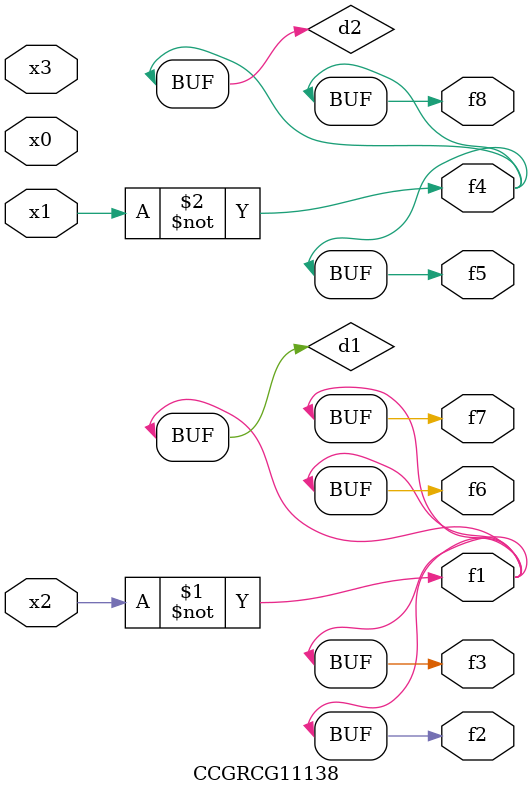
<source format=v>
module CCGRCG11138(
	input x0, x1, x2, x3,
	output f1, f2, f3, f4, f5, f6, f7, f8
);

	wire d1, d2;

	xnor (d1, x2);
	not (d2, x1);
	assign f1 = d1;
	assign f2 = d1;
	assign f3 = d1;
	assign f4 = d2;
	assign f5 = d2;
	assign f6 = d1;
	assign f7 = d1;
	assign f8 = d2;
endmodule

</source>
